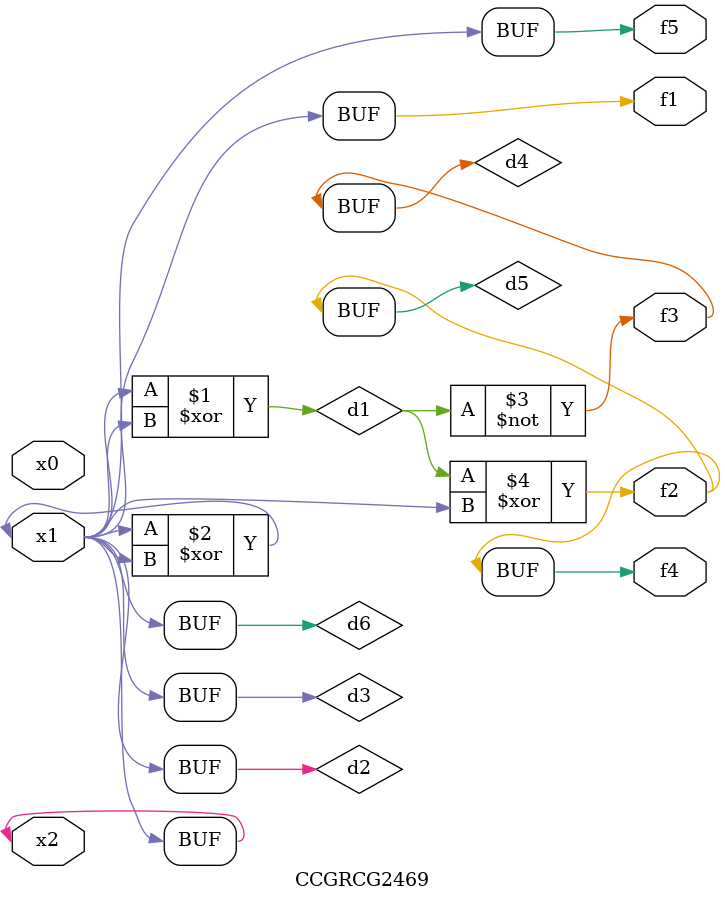
<source format=v>
module CCGRCG2469(
	input x0, x1, x2,
	output f1, f2, f3, f4, f5
);

	wire d1, d2, d3, d4, d5, d6;

	xor (d1, x1, x2);
	buf (d2, x1, x2);
	xor (d3, x1, x2);
	nor (d4, d1);
	xor (d5, d1, d2);
	buf (d6, d2, d3);
	assign f1 = d6;
	assign f2 = d5;
	assign f3 = d4;
	assign f4 = d5;
	assign f5 = d6;
endmodule

</source>
